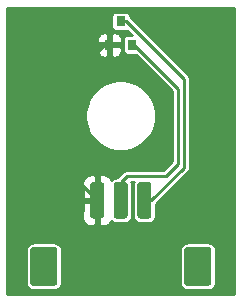
<source format=gtl>
G04 #@! TF.GenerationSoftware,KiCad,Pcbnew,(5.1.9)-1*
G04 #@! TF.CreationDate,2021-05-18T23:06:42-05:00*
G04 #@! TF.ProjectId,Magnetic_Switch,4d61676e-6574-4696-935f-537769746368,rev?*
G04 #@! TF.SameCoordinates,Original*
G04 #@! TF.FileFunction,Copper,L1,Top*
G04 #@! TF.FilePolarity,Positive*
%FSLAX46Y46*%
G04 Gerber Fmt 4.6, Leading zero omitted, Abs format (unit mm)*
G04 Created by KiCad (PCBNEW (5.1.9)-1) date 2021-05-18 23:06:42*
%MOMM*%
%LPD*%
G01*
G04 APERTURE LIST*
G04 #@! TA.AperFunction,SMDPad,CuDef*
%ADD10R,0.800000X0.900000*%
G04 #@! TD*
G04 #@! TA.AperFunction,Conductor*
%ADD11C,0.254000*%
G04 #@! TD*
G04 #@! TA.AperFunction,Conductor*
%ADD12C,0.100000*%
G04 #@! TD*
G04 APERTURE END LIST*
D10*
X144000000Y-85500000D03*
X144950000Y-87500000D03*
X143050000Y-87500000D03*
G04 #@! TA.AperFunction,SMDPad,CuDef*
G36*
G01*
X149370000Y-107650000D02*
X149370000Y-104850000D01*
G75*
G02*
X149620000Y-104600000I250000J0D01*
G01*
X151420000Y-104600000D01*
G75*
G02*
X151670000Y-104850000I0J-250000D01*
G01*
X151670000Y-107650000D01*
G75*
G02*
X151420000Y-107900000I-250000J0D01*
G01*
X149620000Y-107900000D01*
G75*
G02*
X149370000Y-107650000I0J250000D01*
G01*
G37*
G04 #@! TD.AperFunction*
G04 #@! TA.AperFunction,SMDPad,CuDef*
G36*
G01*
X136330000Y-107650000D02*
X136330000Y-104850000D01*
G75*
G02*
X136580000Y-104600000I250000J0D01*
G01*
X138380000Y-104600000D01*
G75*
G02*
X138630000Y-104850000I0J-250000D01*
G01*
X138630000Y-107650000D01*
G75*
G02*
X138380000Y-107900000I-250000J0D01*
G01*
X136580000Y-107900000D01*
G75*
G02*
X136330000Y-107650000I0J250000D01*
G01*
G37*
G04 #@! TD.AperFunction*
G04 #@! TA.AperFunction,SMDPad,CuDef*
G36*
G01*
X145400000Y-101950001D02*
X145400000Y-99349999D01*
G75*
G02*
X145649999Y-99100000I249999J0D01*
G01*
X146350001Y-99100000D01*
G75*
G02*
X146600000Y-99349999I0J-249999D01*
G01*
X146600000Y-101950001D01*
G75*
G02*
X146350001Y-102200000I-249999J0D01*
G01*
X145649999Y-102200000D01*
G75*
G02*
X145400000Y-101950001I0J249999D01*
G01*
G37*
G04 #@! TD.AperFunction*
G04 #@! TA.AperFunction,SMDPad,CuDef*
G36*
G01*
X143400000Y-101950001D02*
X143400000Y-99349999D01*
G75*
G02*
X143649999Y-99100000I249999J0D01*
G01*
X144350001Y-99100000D01*
G75*
G02*
X144600000Y-99349999I0J-249999D01*
G01*
X144600000Y-101950001D01*
G75*
G02*
X144350001Y-102200000I-249999J0D01*
G01*
X143649999Y-102200000D01*
G75*
G02*
X143400000Y-101950001I0J249999D01*
G01*
G37*
G04 #@! TD.AperFunction*
G04 #@! TA.AperFunction,SMDPad,CuDef*
G36*
G01*
X141400000Y-101950001D02*
X141400000Y-99349999D01*
G75*
G02*
X141649999Y-99100000I249999J0D01*
G01*
X142350001Y-99100000D01*
G75*
G02*
X142600000Y-99349999I0J-249999D01*
G01*
X142600000Y-101950001D01*
G75*
G02*
X142350001Y-102200000I-249999J0D01*
G01*
X141649999Y-102200000D01*
G75*
G02*
X141400000Y-101950001I0J249999D01*
G01*
G37*
G04 #@! TD.AperFunction*
D11*
X144485802Y-85500000D02*
X144000000Y-85500000D01*
X149352009Y-90366207D02*
X144485802Y-85500000D01*
X149352009Y-97897991D02*
X149352009Y-90366207D01*
X146600000Y-100650000D02*
X149352009Y-97897991D01*
X146000000Y-100650000D02*
X146600000Y-100650000D01*
X144548000Y-98552000D02*
X144000000Y-99100000D01*
X147828000Y-98552000D02*
X144548000Y-98552000D01*
X148844000Y-97536000D02*
X147828000Y-98552000D01*
X144000000Y-99100000D02*
X144000000Y-100650000D01*
X148844000Y-91186000D02*
X148844000Y-97536000D01*
X145158000Y-87500000D02*
X148844000Y-91186000D01*
X144950000Y-87500000D02*
X145158000Y-87500000D01*
X143050000Y-87500000D02*
X142624000Y-87500000D01*
X142624000Y-87500000D02*
X138938000Y-91186000D01*
X138938000Y-97588000D02*
X142000000Y-100650000D01*
X138938000Y-91186000D02*
X138938000Y-97588000D01*
X153606301Y-108606300D02*
X134393700Y-108606300D01*
X134393700Y-104850000D01*
X135947157Y-104850000D01*
X135947157Y-107650000D01*
X135959317Y-107773462D01*
X135995329Y-107892179D01*
X136053810Y-108001589D01*
X136132512Y-108097488D01*
X136228411Y-108176190D01*
X136337821Y-108234671D01*
X136456538Y-108270683D01*
X136580000Y-108282843D01*
X138380000Y-108282843D01*
X138503462Y-108270683D01*
X138622179Y-108234671D01*
X138731589Y-108176190D01*
X138827488Y-108097488D01*
X138906190Y-108001589D01*
X138964671Y-107892179D01*
X139000683Y-107773462D01*
X139012843Y-107650000D01*
X139012843Y-104850000D01*
X148987157Y-104850000D01*
X148987157Y-107650000D01*
X148999317Y-107773462D01*
X149035329Y-107892179D01*
X149093810Y-108001589D01*
X149172512Y-108097488D01*
X149268411Y-108176190D01*
X149377821Y-108234671D01*
X149496538Y-108270683D01*
X149620000Y-108282843D01*
X151420000Y-108282843D01*
X151543462Y-108270683D01*
X151662179Y-108234671D01*
X151771589Y-108176190D01*
X151867488Y-108097488D01*
X151946190Y-108001589D01*
X152004671Y-107892179D01*
X152040683Y-107773462D01*
X152052843Y-107650000D01*
X152052843Y-104850000D01*
X152040683Y-104726538D01*
X152004671Y-104607821D01*
X151946190Y-104498411D01*
X151867488Y-104402512D01*
X151771589Y-104323810D01*
X151662179Y-104265329D01*
X151543462Y-104229317D01*
X151420000Y-104217157D01*
X149620000Y-104217157D01*
X149496538Y-104229317D01*
X149377821Y-104265329D01*
X149268411Y-104323810D01*
X149172512Y-104402512D01*
X149093810Y-104498411D01*
X149035329Y-104607821D01*
X148999317Y-104726538D01*
X148987157Y-104850000D01*
X139012843Y-104850000D01*
X139000683Y-104726538D01*
X138964671Y-104607821D01*
X138906190Y-104498411D01*
X138827488Y-104402512D01*
X138731589Y-104323810D01*
X138622179Y-104265329D01*
X138503462Y-104229317D01*
X138380000Y-104217157D01*
X136580000Y-104217157D01*
X136456538Y-104229317D01*
X136337821Y-104265329D01*
X136228411Y-104323810D01*
X136132512Y-104402512D01*
X136053810Y-104498411D01*
X135995329Y-104607821D01*
X135959317Y-104726538D01*
X135947157Y-104850000D01*
X134393700Y-104850000D01*
X134393700Y-102200000D01*
X140761928Y-102200000D01*
X140774188Y-102324482D01*
X140810498Y-102444180D01*
X140869463Y-102554494D01*
X140948815Y-102651185D01*
X141045506Y-102730537D01*
X141155820Y-102789502D01*
X141275518Y-102825812D01*
X141400000Y-102838072D01*
X141714250Y-102835000D01*
X141873000Y-102676250D01*
X141873000Y-100777000D01*
X140923750Y-100777000D01*
X140765000Y-100935750D01*
X140761928Y-102200000D01*
X134393700Y-102200000D01*
X134393700Y-99100000D01*
X140761928Y-99100000D01*
X140765000Y-100364250D01*
X140923750Y-100523000D01*
X141873000Y-100523000D01*
X141873000Y-98623750D01*
X142127000Y-98623750D01*
X142127000Y-100523000D01*
X142147000Y-100523000D01*
X142147000Y-100777000D01*
X142127000Y-100777000D01*
X142127000Y-102676250D01*
X142285750Y-102835000D01*
X142600000Y-102838072D01*
X142724482Y-102825812D01*
X142844180Y-102789502D01*
X142954494Y-102730537D01*
X143051185Y-102651185D01*
X143130537Y-102554494D01*
X143189502Y-102444180D01*
X143203436Y-102398246D01*
X143298411Y-102476190D01*
X143407821Y-102534671D01*
X143526538Y-102570683D01*
X143649999Y-102582843D01*
X144350001Y-102582843D01*
X144473462Y-102570683D01*
X144592179Y-102534671D01*
X144701589Y-102476190D01*
X144797488Y-102397488D01*
X144876190Y-102301589D01*
X144934671Y-102192179D01*
X144970683Y-102073462D01*
X144982843Y-101950001D01*
X144982843Y-99349999D01*
X144970683Y-99226538D01*
X144934671Y-99107821D01*
X144909110Y-99060000D01*
X145090890Y-99060000D01*
X145065329Y-99107821D01*
X145029317Y-99226538D01*
X145017157Y-99349999D01*
X145017157Y-101950001D01*
X145029317Y-102073462D01*
X145065329Y-102192179D01*
X145123810Y-102301589D01*
X145202512Y-102397488D01*
X145298411Y-102476190D01*
X145407821Y-102534671D01*
X145526538Y-102570683D01*
X145649999Y-102582843D01*
X146350001Y-102582843D01*
X146473462Y-102570683D01*
X146592179Y-102534671D01*
X146701589Y-102476190D01*
X146797488Y-102397488D01*
X146876190Y-102301589D01*
X146934671Y-102192179D01*
X146970683Y-102073462D01*
X146982843Y-101950001D01*
X146982843Y-100985577D01*
X149693580Y-98274841D01*
X149712957Y-98258939D01*
X149768670Y-98191052D01*
X149776438Y-98181587D01*
X149823609Y-98093336D01*
X149823610Y-98093333D01*
X149852658Y-97997576D01*
X149860009Y-97922938D01*
X149860009Y-97922936D01*
X149862466Y-97897992D01*
X149860009Y-97873048D01*
X149860009Y-90391151D01*
X149862466Y-90366207D01*
X149860009Y-90341260D01*
X149852658Y-90266622D01*
X149823610Y-90170864D01*
X149801652Y-90129783D01*
X149776438Y-90082611D01*
X149728859Y-90024636D01*
X149712957Y-90005259D01*
X149693580Y-89989357D01*
X144862657Y-85158435D01*
X144846750Y-85139052D01*
X144782843Y-85086606D01*
X144782843Y-85050000D01*
X144775487Y-84975311D01*
X144753701Y-84903492D01*
X144718322Y-84837304D01*
X144670711Y-84779289D01*
X144612696Y-84731678D01*
X144546508Y-84696299D01*
X144474689Y-84674513D01*
X144400000Y-84667157D01*
X143600000Y-84667157D01*
X143525311Y-84674513D01*
X143453492Y-84696299D01*
X143387304Y-84731678D01*
X143329289Y-84779289D01*
X143281678Y-84837304D01*
X143246299Y-84903492D01*
X143224513Y-84975311D01*
X143217157Y-85050000D01*
X143217157Y-85950000D01*
X143224513Y-86024689D01*
X143246299Y-86096508D01*
X143281678Y-86162696D01*
X143329289Y-86220711D01*
X143387304Y-86268322D01*
X143453492Y-86303701D01*
X143525311Y-86325487D01*
X143600000Y-86332843D01*
X144400000Y-86332843D01*
X144474689Y-86325487D01*
X144546508Y-86303701D01*
X144562523Y-86295141D01*
X144934539Y-86667157D01*
X144550000Y-86667157D01*
X144475311Y-86674513D01*
X144403492Y-86696299D01*
X144337304Y-86731678D01*
X144279289Y-86779289D01*
X144231678Y-86837304D01*
X144196299Y-86903492D01*
X144174513Y-86975311D01*
X144167157Y-87050000D01*
X144167157Y-87950000D01*
X144174513Y-88024689D01*
X144196299Y-88096508D01*
X144231678Y-88162696D01*
X144279289Y-88220711D01*
X144337304Y-88268322D01*
X144403492Y-88303701D01*
X144475311Y-88325487D01*
X144550000Y-88332843D01*
X145272423Y-88332843D01*
X148336000Y-91396421D01*
X148336001Y-97325578D01*
X147617580Y-98044000D01*
X144572943Y-98044000D01*
X144547999Y-98041543D01*
X144523055Y-98044000D01*
X144523053Y-98044000D01*
X144448415Y-98051351D01*
X144352657Y-98080399D01*
X144328454Y-98093336D01*
X144264404Y-98127571D01*
X144209810Y-98172376D01*
X144187052Y-98191052D01*
X144171149Y-98210430D01*
X143664423Y-98717157D01*
X143649999Y-98717157D01*
X143526538Y-98729317D01*
X143407821Y-98765329D01*
X143298411Y-98823810D01*
X143203436Y-98901754D01*
X143189502Y-98855820D01*
X143130537Y-98745506D01*
X143051185Y-98648815D01*
X142954494Y-98569463D01*
X142844180Y-98510498D01*
X142724482Y-98474188D01*
X142600000Y-98461928D01*
X142285750Y-98465000D01*
X142127000Y-98623750D01*
X141873000Y-98623750D01*
X141714250Y-98465000D01*
X141400000Y-98461928D01*
X141275518Y-98474188D01*
X141155820Y-98510498D01*
X141045506Y-98569463D01*
X140948815Y-98648815D01*
X140869463Y-98745506D01*
X140810498Y-98855820D01*
X140774188Y-98975518D01*
X140761928Y-99100000D01*
X134393700Y-99100000D01*
X134393700Y-93204606D01*
X141000812Y-93204606D01*
X141000812Y-93795394D01*
X141116069Y-94374831D01*
X141342154Y-94920648D01*
X141670378Y-95411871D01*
X142088129Y-95829622D01*
X142579352Y-96157846D01*
X143125169Y-96383931D01*
X143704606Y-96499188D01*
X144295394Y-96499188D01*
X144874831Y-96383931D01*
X145420648Y-96157846D01*
X145911871Y-95829622D01*
X146329622Y-95411871D01*
X146657846Y-94920648D01*
X146883931Y-94374831D01*
X146999188Y-93795394D01*
X146999188Y-93204606D01*
X146883931Y-92625169D01*
X146657846Y-92079352D01*
X146329622Y-91588129D01*
X145911871Y-91170378D01*
X145420648Y-90842154D01*
X144874831Y-90616069D01*
X144295394Y-90500812D01*
X143704606Y-90500812D01*
X143125169Y-90616069D01*
X142579352Y-90842154D01*
X142088129Y-91170378D01*
X141670378Y-91588129D01*
X141342154Y-92079352D01*
X141116069Y-92625169D01*
X141000812Y-93204606D01*
X134393700Y-93204606D01*
X134393700Y-87950000D01*
X142011928Y-87950000D01*
X142024188Y-88074482D01*
X142060498Y-88194180D01*
X142119463Y-88304494D01*
X142198815Y-88401185D01*
X142295506Y-88480537D01*
X142405820Y-88539502D01*
X142525518Y-88575812D01*
X142650000Y-88588072D01*
X142764250Y-88585000D01*
X142923000Y-88426250D01*
X142923000Y-87627000D01*
X143177000Y-87627000D01*
X143177000Y-88426250D01*
X143335750Y-88585000D01*
X143450000Y-88588072D01*
X143574482Y-88575812D01*
X143694180Y-88539502D01*
X143804494Y-88480537D01*
X143901185Y-88401185D01*
X143980537Y-88304494D01*
X144039502Y-88194180D01*
X144075812Y-88074482D01*
X144088072Y-87950000D01*
X144085000Y-87785750D01*
X143926250Y-87627000D01*
X143177000Y-87627000D01*
X142923000Y-87627000D01*
X142173750Y-87627000D01*
X142015000Y-87785750D01*
X142011928Y-87950000D01*
X134393700Y-87950000D01*
X134393700Y-87050000D01*
X142011928Y-87050000D01*
X142015000Y-87214250D01*
X142173750Y-87373000D01*
X142923000Y-87373000D01*
X142923000Y-86573750D01*
X143177000Y-86573750D01*
X143177000Y-87373000D01*
X143926250Y-87373000D01*
X144085000Y-87214250D01*
X144088072Y-87050000D01*
X144075812Y-86925518D01*
X144039502Y-86805820D01*
X143980537Y-86695506D01*
X143901185Y-86598815D01*
X143804494Y-86519463D01*
X143694180Y-86460498D01*
X143574482Y-86424188D01*
X143450000Y-86411928D01*
X143335750Y-86415000D01*
X143177000Y-86573750D01*
X142923000Y-86573750D01*
X142764250Y-86415000D01*
X142650000Y-86411928D01*
X142525518Y-86424188D01*
X142405820Y-86460498D01*
X142295506Y-86519463D01*
X142198815Y-86598815D01*
X142119463Y-86695506D01*
X142060498Y-86805820D01*
X142024188Y-86925518D01*
X142011928Y-87050000D01*
X134393700Y-87050000D01*
X134393700Y-84393700D01*
X153606300Y-84393700D01*
X153606301Y-108606300D01*
G04 #@! TA.AperFunction,Conductor*
D12*
G36*
X153606301Y-108606300D02*
G01*
X134393700Y-108606300D01*
X134393700Y-104850000D01*
X135947157Y-104850000D01*
X135947157Y-107650000D01*
X135959317Y-107773462D01*
X135995329Y-107892179D01*
X136053810Y-108001589D01*
X136132512Y-108097488D01*
X136228411Y-108176190D01*
X136337821Y-108234671D01*
X136456538Y-108270683D01*
X136580000Y-108282843D01*
X138380000Y-108282843D01*
X138503462Y-108270683D01*
X138622179Y-108234671D01*
X138731589Y-108176190D01*
X138827488Y-108097488D01*
X138906190Y-108001589D01*
X138964671Y-107892179D01*
X139000683Y-107773462D01*
X139012843Y-107650000D01*
X139012843Y-104850000D01*
X148987157Y-104850000D01*
X148987157Y-107650000D01*
X148999317Y-107773462D01*
X149035329Y-107892179D01*
X149093810Y-108001589D01*
X149172512Y-108097488D01*
X149268411Y-108176190D01*
X149377821Y-108234671D01*
X149496538Y-108270683D01*
X149620000Y-108282843D01*
X151420000Y-108282843D01*
X151543462Y-108270683D01*
X151662179Y-108234671D01*
X151771589Y-108176190D01*
X151867488Y-108097488D01*
X151946190Y-108001589D01*
X152004671Y-107892179D01*
X152040683Y-107773462D01*
X152052843Y-107650000D01*
X152052843Y-104850000D01*
X152040683Y-104726538D01*
X152004671Y-104607821D01*
X151946190Y-104498411D01*
X151867488Y-104402512D01*
X151771589Y-104323810D01*
X151662179Y-104265329D01*
X151543462Y-104229317D01*
X151420000Y-104217157D01*
X149620000Y-104217157D01*
X149496538Y-104229317D01*
X149377821Y-104265329D01*
X149268411Y-104323810D01*
X149172512Y-104402512D01*
X149093810Y-104498411D01*
X149035329Y-104607821D01*
X148999317Y-104726538D01*
X148987157Y-104850000D01*
X139012843Y-104850000D01*
X139000683Y-104726538D01*
X138964671Y-104607821D01*
X138906190Y-104498411D01*
X138827488Y-104402512D01*
X138731589Y-104323810D01*
X138622179Y-104265329D01*
X138503462Y-104229317D01*
X138380000Y-104217157D01*
X136580000Y-104217157D01*
X136456538Y-104229317D01*
X136337821Y-104265329D01*
X136228411Y-104323810D01*
X136132512Y-104402512D01*
X136053810Y-104498411D01*
X135995329Y-104607821D01*
X135959317Y-104726538D01*
X135947157Y-104850000D01*
X134393700Y-104850000D01*
X134393700Y-102200000D01*
X140761928Y-102200000D01*
X140774188Y-102324482D01*
X140810498Y-102444180D01*
X140869463Y-102554494D01*
X140948815Y-102651185D01*
X141045506Y-102730537D01*
X141155820Y-102789502D01*
X141275518Y-102825812D01*
X141400000Y-102838072D01*
X141714250Y-102835000D01*
X141873000Y-102676250D01*
X141873000Y-100777000D01*
X140923750Y-100777000D01*
X140765000Y-100935750D01*
X140761928Y-102200000D01*
X134393700Y-102200000D01*
X134393700Y-99100000D01*
X140761928Y-99100000D01*
X140765000Y-100364250D01*
X140923750Y-100523000D01*
X141873000Y-100523000D01*
X141873000Y-98623750D01*
X142127000Y-98623750D01*
X142127000Y-100523000D01*
X142147000Y-100523000D01*
X142147000Y-100777000D01*
X142127000Y-100777000D01*
X142127000Y-102676250D01*
X142285750Y-102835000D01*
X142600000Y-102838072D01*
X142724482Y-102825812D01*
X142844180Y-102789502D01*
X142954494Y-102730537D01*
X143051185Y-102651185D01*
X143130537Y-102554494D01*
X143189502Y-102444180D01*
X143203436Y-102398246D01*
X143298411Y-102476190D01*
X143407821Y-102534671D01*
X143526538Y-102570683D01*
X143649999Y-102582843D01*
X144350001Y-102582843D01*
X144473462Y-102570683D01*
X144592179Y-102534671D01*
X144701589Y-102476190D01*
X144797488Y-102397488D01*
X144876190Y-102301589D01*
X144934671Y-102192179D01*
X144970683Y-102073462D01*
X144982843Y-101950001D01*
X144982843Y-99349999D01*
X144970683Y-99226538D01*
X144934671Y-99107821D01*
X144909110Y-99060000D01*
X145090890Y-99060000D01*
X145065329Y-99107821D01*
X145029317Y-99226538D01*
X145017157Y-99349999D01*
X145017157Y-101950001D01*
X145029317Y-102073462D01*
X145065329Y-102192179D01*
X145123810Y-102301589D01*
X145202512Y-102397488D01*
X145298411Y-102476190D01*
X145407821Y-102534671D01*
X145526538Y-102570683D01*
X145649999Y-102582843D01*
X146350001Y-102582843D01*
X146473462Y-102570683D01*
X146592179Y-102534671D01*
X146701589Y-102476190D01*
X146797488Y-102397488D01*
X146876190Y-102301589D01*
X146934671Y-102192179D01*
X146970683Y-102073462D01*
X146982843Y-101950001D01*
X146982843Y-100985577D01*
X149693580Y-98274841D01*
X149712957Y-98258939D01*
X149768670Y-98191052D01*
X149776438Y-98181587D01*
X149823609Y-98093336D01*
X149823610Y-98093333D01*
X149852658Y-97997576D01*
X149860009Y-97922938D01*
X149860009Y-97922936D01*
X149862466Y-97897992D01*
X149860009Y-97873048D01*
X149860009Y-90391151D01*
X149862466Y-90366207D01*
X149860009Y-90341260D01*
X149852658Y-90266622D01*
X149823610Y-90170864D01*
X149801652Y-90129783D01*
X149776438Y-90082611D01*
X149728859Y-90024636D01*
X149712957Y-90005259D01*
X149693580Y-89989357D01*
X144862657Y-85158435D01*
X144846750Y-85139052D01*
X144782843Y-85086606D01*
X144782843Y-85050000D01*
X144775487Y-84975311D01*
X144753701Y-84903492D01*
X144718322Y-84837304D01*
X144670711Y-84779289D01*
X144612696Y-84731678D01*
X144546508Y-84696299D01*
X144474689Y-84674513D01*
X144400000Y-84667157D01*
X143600000Y-84667157D01*
X143525311Y-84674513D01*
X143453492Y-84696299D01*
X143387304Y-84731678D01*
X143329289Y-84779289D01*
X143281678Y-84837304D01*
X143246299Y-84903492D01*
X143224513Y-84975311D01*
X143217157Y-85050000D01*
X143217157Y-85950000D01*
X143224513Y-86024689D01*
X143246299Y-86096508D01*
X143281678Y-86162696D01*
X143329289Y-86220711D01*
X143387304Y-86268322D01*
X143453492Y-86303701D01*
X143525311Y-86325487D01*
X143600000Y-86332843D01*
X144400000Y-86332843D01*
X144474689Y-86325487D01*
X144546508Y-86303701D01*
X144562523Y-86295141D01*
X144934539Y-86667157D01*
X144550000Y-86667157D01*
X144475311Y-86674513D01*
X144403492Y-86696299D01*
X144337304Y-86731678D01*
X144279289Y-86779289D01*
X144231678Y-86837304D01*
X144196299Y-86903492D01*
X144174513Y-86975311D01*
X144167157Y-87050000D01*
X144167157Y-87950000D01*
X144174513Y-88024689D01*
X144196299Y-88096508D01*
X144231678Y-88162696D01*
X144279289Y-88220711D01*
X144337304Y-88268322D01*
X144403492Y-88303701D01*
X144475311Y-88325487D01*
X144550000Y-88332843D01*
X145272423Y-88332843D01*
X148336000Y-91396421D01*
X148336001Y-97325578D01*
X147617580Y-98044000D01*
X144572943Y-98044000D01*
X144547999Y-98041543D01*
X144523055Y-98044000D01*
X144523053Y-98044000D01*
X144448415Y-98051351D01*
X144352657Y-98080399D01*
X144328454Y-98093336D01*
X144264404Y-98127571D01*
X144209810Y-98172376D01*
X144187052Y-98191052D01*
X144171149Y-98210430D01*
X143664423Y-98717157D01*
X143649999Y-98717157D01*
X143526538Y-98729317D01*
X143407821Y-98765329D01*
X143298411Y-98823810D01*
X143203436Y-98901754D01*
X143189502Y-98855820D01*
X143130537Y-98745506D01*
X143051185Y-98648815D01*
X142954494Y-98569463D01*
X142844180Y-98510498D01*
X142724482Y-98474188D01*
X142600000Y-98461928D01*
X142285750Y-98465000D01*
X142127000Y-98623750D01*
X141873000Y-98623750D01*
X141714250Y-98465000D01*
X141400000Y-98461928D01*
X141275518Y-98474188D01*
X141155820Y-98510498D01*
X141045506Y-98569463D01*
X140948815Y-98648815D01*
X140869463Y-98745506D01*
X140810498Y-98855820D01*
X140774188Y-98975518D01*
X140761928Y-99100000D01*
X134393700Y-99100000D01*
X134393700Y-93204606D01*
X141000812Y-93204606D01*
X141000812Y-93795394D01*
X141116069Y-94374831D01*
X141342154Y-94920648D01*
X141670378Y-95411871D01*
X142088129Y-95829622D01*
X142579352Y-96157846D01*
X143125169Y-96383931D01*
X143704606Y-96499188D01*
X144295394Y-96499188D01*
X144874831Y-96383931D01*
X145420648Y-96157846D01*
X145911871Y-95829622D01*
X146329622Y-95411871D01*
X146657846Y-94920648D01*
X146883931Y-94374831D01*
X146999188Y-93795394D01*
X146999188Y-93204606D01*
X146883931Y-92625169D01*
X146657846Y-92079352D01*
X146329622Y-91588129D01*
X145911871Y-91170378D01*
X145420648Y-90842154D01*
X144874831Y-90616069D01*
X144295394Y-90500812D01*
X143704606Y-90500812D01*
X143125169Y-90616069D01*
X142579352Y-90842154D01*
X142088129Y-91170378D01*
X141670378Y-91588129D01*
X141342154Y-92079352D01*
X141116069Y-92625169D01*
X141000812Y-93204606D01*
X134393700Y-93204606D01*
X134393700Y-87950000D01*
X142011928Y-87950000D01*
X142024188Y-88074482D01*
X142060498Y-88194180D01*
X142119463Y-88304494D01*
X142198815Y-88401185D01*
X142295506Y-88480537D01*
X142405820Y-88539502D01*
X142525518Y-88575812D01*
X142650000Y-88588072D01*
X142764250Y-88585000D01*
X142923000Y-88426250D01*
X142923000Y-87627000D01*
X143177000Y-87627000D01*
X143177000Y-88426250D01*
X143335750Y-88585000D01*
X143450000Y-88588072D01*
X143574482Y-88575812D01*
X143694180Y-88539502D01*
X143804494Y-88480537D01*
X143901185Y-88401185D01*
X143980537Y-88304494D01*
X144039502Y-88194180D01*
X144075812Y-88074482D01*
X144088072Y-87950000D01*
X144085000Y-87785750D01*
X143926250Y-87627000D01*
X143177000Y-87627000D01*
X142923000Y-87627000D01*
X142173750Y-87627000D01*
X142015000Y-87785750D01*
X142011928Y-87950000D01*
X134393700Y-87950000D01*
X134393700Y-87050000D01*
X142011928Y-87050000D01*
X142015000Y-87214250D01*
X142173750Y-87373000D01*
X142923000Y-87373000D01*
X142923000Y-86573750D01*
X143177000Y-86573750D01*
X143177000Y-87373000D01*
X143926250Y-87373000D01*
X144085000Y-87214250D01*
X144088072Y-87050000D01*
X144075812Y-86925518D01*
X144039502Y-86805820D01*
X143980537Y-86695506D01*
X143901185Y-86598815D01*
X143804494Y-86519463D01*
X143694180Y-86460498D01*
X143574482Y-86424188D01*
X143450000Y-86411928D01*
X143335750Y-86415000D01*
X143177000Y-86573750D01*
X142923000Y-86573750D01*
X142764250Y-86415000D01*
X142650000Y-86411928D01*
X142525518Y-86424188D01*
X142405820Y-86460498D01*
X142295506Y-86519463D01*
X142198815Y-86598815D01*
X142119463Y-86695506D01*
X142060498Y-86805820D01*
X142024188Y-86925518D01*
X142011928Y-87050000D01*
X134393700Y-87050000D01*
X134393700Y-84393700D01*
X153606300Y-84393700D01*
X153606301Y-108606300D01*
G37*
G04 #@! TD.AperFunction*
M02*

</source>
